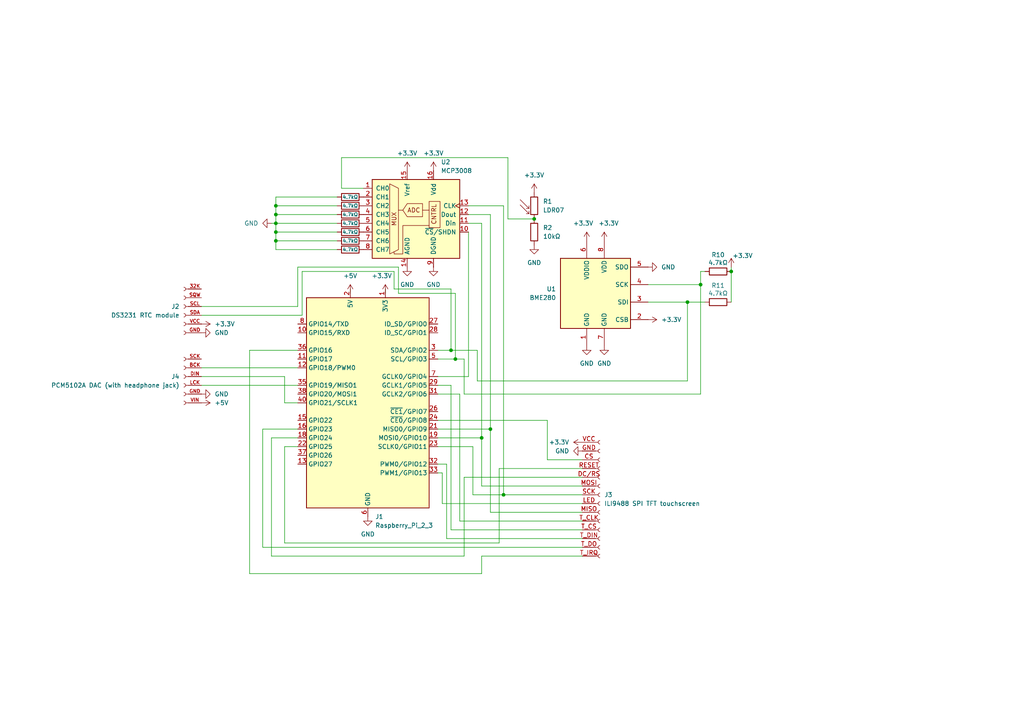
<source format=kicad_sch>
(kicad_sch (version 20250114) (generator "eeschema") (generator_version "9.0")
  (paper "A4")
  (lib_symbols
    (symbol "Analog_ADC:MCP3008" (pin_names (offset 1.016))
      (property "Reference" "U" (at -5.08 13.335 0))
      (property "Value" "MCP3008" (at -5.08 11.43 0))
      (symbol "MCP3008_0_0"
        (text "MUX" (at -6.35 -1.27 900) (effects (font (size 1.27 1.27))))
        (text "ADC" (at -0.635 1.27 0) (effects (font (size 1.27 1.27))))
        (text "CNTRL" (at 5.969 -2.921 900) (effects (font (size 1.27 1.27)) (justify left bottom)))
      )
      (symbol "MCP3008_0_1"
        (polyline (pts (xy -7.62 8.89) (xy -7.62 -11.43) (xy -5.08 -10.16) (xy -5.08 7.62) (xy -7.62 8.89)))
        (polyline (pts (xy -3.81 1.27) (xy -5.08 1.27)))
        (polyline (pts (xy 1.905 3.175) (xy 1.905 -0.635) (xy -2.54 -0.635) (xy -3.81 1.27) (xy -2.54 3.175) (xy 1.905 3.175)))
        (polyline (pts (xy 1.905 1.27) (xy 3.81 1.27)))
        (polyline (pts (xy 3.81 -3.175) (xy -3.81 -3.175) (xy -3.81 -11.43) (xy -6.35 -11.43) (xy -6.35 -10.795)))
        (rectangle (start 3.81 -3.81) (end 6.985 3.81))
        (rectangle (start 12.7 -12.7) (end -12.7 10.16) (stroke (width 0.254)) (fill (type background)))
      )
      (symbol "MCP3008_1_1"
        (pin input line (at -15.24 7.62 0) (length 2.54) (name "CH0") (number "1"))
        (pin input line (at -15.24 5.08 0) (length 2.54) (name "CH1") (number "2"))
        (pin input line (at -15.24 2.54 0) (length 2.54) (name "CH2") (number "3"))
        (pin input line (at -15.24 0 0) (length 2.54) (name "CH3") (number "4"))
        (pin input line (at -15.24 -2.54 0) (length 2.54) (name "CH4") (number "5"))
        (pin input line (at -15.24 -5.08 0) (length 2.54) (name "CH5") (number "6"))
        (pin input line (at -15.24 -7.62 0) (length 2.54) (name "CH6") (number "7"))
        (pin input line (at -15.24 -10.16 0) (length 2.54) (name "CH7") (number "8"))
        (pin power_in line (at -2.54 12.7 270) (length 2.54) (name "Vref") (number "15"))
        (pin power_in line (at -2.54 -15.24 90) (length 2.54) (name "AGND") (number "14"))
        (pin power_in line (at 5.08 12.7 270) (length 2.54) (name "Vdd") (number "16"))
        (pin power_in line (at 5.08 -15.24 90) (length 2.54) (name "DGND") (number "9"))
        (pin input clock (at 15.24 2.54 180) (length 2.54) (name "CLK") (number "13"))
        (pin output line (at 15.24 0 180) (length 2.54) (name "Dout") (number "12"))
        (pin input line (at 15.24 -2.54 180) (length 2.54) (name "Din") (number "11"))
        (pin input line (at 15.24 -5.08 180) (length 2.54) (name "~{CS}/SHDN") (number "10"))
      )
    )
    (symbol "Conn_01x06_Socket_1" (pin_names (offset 1.016) (hide yes))
      (property "Reference" "J4" (at 1.27 0.0001 0))
      (property "Value" "Conn_01x06_Socket" (at 1.27 -2.5399 0))
      (symbol "Conn_01x06_Socket_1_1_1"
        (polyline (pts (xy -1.27 5.08) (xy -0.508 5.08)) (stroke (width 0.1524)))
        (polyline (pts (xy -1.27 2.54) (xy -0.508 2.54)) (stroke (width 0.1524)))
        (polyline (pts (xy -1.27 0) (xy -0.508 0)) (stroke (width 0.1524)))
        (polyline (pts (xy -1.27 -2.54) (xy -0.508 -2.54)) (stroke (width 0.1524)))
        (polyline (pts (xy -1.27 -5.08) (xy -0.508 -5.08)) (stroke (width 0.1524)))
        (polyline (pts (xy -1.27 -7.62) (xy -0.508 -7.62)) (stroke (width 0.1524)))
        (arc (start 0 4.572) (mid -0.5058 5.08) (end 0 5.588) (stroke (width 0.1524)))
        (arc (start 0 2.032) (mid -0.5058 2.54) (end 0 3.048) (stroke (width 0.1524)))
        (arc (start 0 -0.508) (mid -0.5058 0) (end 0 0.508) (stroke (width 0.1524)))
        (arc (start 0 -3.048) (mid -0.5058 -2.54) (end 0 -2.032) (stroke (width 0.1524)))
        (arc (start 0 -5.588) (mid -0.5058 -5.08) (end 0 -4.572) (stroke (width 0.1524)))
        (arc (start 0 -8.128) (mid -0.5058 -7.62) (end 0 -7.112) (stroke (width 0.1524)))
        (pin passive line (at -5.08 5.08 0) (length 3.81) (name "Pin_1") (number "SCK"))
        (pin passive line (at -5.08 2.54 0) (length 3.81) (name "Pin_2") (number "BCK"))
        (pin passive line (at -5.08 0 0) (length 3.81) (name "Pin_3") (number "DIN"))
        (pin passive line (at -5.08 -2.54 0) (length 3.81) (name "Pin_4") (number "LCK"))
        (pin passive line (at -5.08 -5.08 0) (length 3.81) (name "Pin_5") (number "GND"))
        (pin passive line (at -5.08 -7.62 0) (length 3.81) (name "Pin_6") (number "VIN"))
      )
    )
    (symbol "Connector:Conn_01x06_Socket" (pin_names (offset 1.016) (hide yes))
      (property "Reference" "J2" (at 1.27 0.0001 0))
      (property "Value" "DS3231 RTC module" (at 1.27 -2.5399 0))
      (symbol "Conn_01x06_Socket_1_1"
        (polyline (pts (xy -1.27 5.08) (xy -0.508 5.08)) (stroke (width 0.1524)))
        (polyline (pts (xy -1.27 2.54) (xy -0.508 2.54)) (stroke (width 0.1524)))
        (polyline (pts (xy -1.27 0) (xy -0.508 0)) (stroke (width 0.1524)))
        (polyline (pts (xy -1.27 -2.54) (xy -0.508 -2.54)) (stroke (width 0.1524)))
        (polyline (pts (xy -1.27 -5.08) (xy -0.508 -5.08)) (stroke (width 0.1524)))
        (polyline (pts (xy -1.27 -7.62) (xy -0.508 -7.62)) (stroke (width 0.1524)))
        (arc (start 0 4.572) (mid -0.5058 5.08) (end 0 5.588) (stroke (width 0.1524)))
        (arc (start 0 2.032) (mid -0.5058 2.54) (end 0 3.048) (stroke (width 0.1524)))
        (arc (start 0 -0.508) (mid -0.5058 0) (end 0 0.508) (stroke (width 0.1524)))
        (arc (start 0 -3.048) (mid -0.5058 -2.54) (end 0 -2.032) (stroke (width 0.1524)))
        (arc (start 0 -5.588) (mid -0.5058 -5.08) (end 0 -4.572) (stroke (width 0.1524)))
        (arc (start 0 -8.128) (mid -0.5058 -7.62) (end 0 -7.112) (stroke (width 0.1524)))
        (pin passive line (at -5.08 5.08 0) (length 3.81) (name "Pin_1") (number "32K"))
        (pin passive line (at -5.08 2.54 0) (length 3.81) (name "Pin_2") (number "SQW"))
        (pin passive line (at -5.08 0 0) (length 3.81) (name "Pin_3") (number "SCL"))
        (pin passive line (at -5.08 -2.54 0) (length 3.81) (name "Pin_4") (number "SDA"))
        (pin passive line (at -5.08 -5.08 0) (length 3.81) (name "Pin_5") (number "VCC"))
        (pin passive line (at -5.08 -7.62 0) (length 3.81) (name "Pin_6") (number "GND"))
      )
    )
    (symbol "Connector:Conn_01x14_Socket" (pin_names (offset 1.016) (hide yes))
      (property "Reference" "J3" (at 1.27 0.0001 0))
      (property "Value" "Conn_01x14_Socket" (at 1.27 -2.5399 0))
      (symbol "Conn_01x14_Socket_1_0"
        (pin passive line (at -5.08 15.24 0) (length 3.81) (name "VCC") (number "VCC"))
      )
      (symbol "Conn_01x14_Socket_1_1"
        (polyline (pts (xy -1.27 15.24) (xy -0.508 15.24)) (stroke (width 0.1524)))
        (polyline (pts (xy -1.27 12.7) (xy -0.508 12.7)) (stroke (width 0.1524)))
        (polyline (pts (xy -1.27 10.16) (xy -0.508 10.16)) (stroke (width 0.1524)))
        (polyline (pts (xy -1.27 7.62) (xy -0.508 7.62)) (stroke (width 0.1524)))
        (polyline (pts (xy -1.27 5.08) (xy -0.508 5.08)) (stroke (width 0.1524)))
        (polyline (pts (xy -1.27 2.54) (xy -0.508 2.54)) (stroke (width 0.1524)))
        (polyline (pts (xy -1.27 0) (xy -0.508 0)) (stroke (width 0.1524)))
        (polyline (pts (xy -1.27 -2.54) (xy -0.508 -2.54)) (stroke (width 0.1524)))
        (polyline (pts (xy -1.27 -5.08) (xy -0.508 -5.08)) (stroke (width 0.1524)))
        (polyline (pts (xy -1.27 -7.62) (xy -0.508 -7.62)) (stroke (width 0.1524)))
        (polyline (pts (xy -1.27 -10.16) (xy -0.508 -10.16)) (stroke (width 0.1524)))
        (polyline (pts (xy -1.27 -12.7) (xy -0.508 -12.7)) (stroke (width 0.1524)))
        (polyline (pts (xy -1.27 -15.24) (xy -0.508 -15.24)) (stroke (width 0.1524)))
        (polyline (pts (xy -1.27 -17.78) (xy -0.508 -17.78)) (stroke (width 0.1524)))
        (arc (start 0 14.732) (mid -0.5058 15.24) (end 0 15.748) (stroke (width 0.1524)))
        (arc (start 0 12.192) (mid -0.5058 12.7) (end 0 13.208) (stroke (width 0.1524)))
        (arc (start 0 9.652) (mid -0.5058 10.16) (end 0 10.668) (stroke (width 0.1524)))
        (arc (start 0 7.112) (mid -0.5058 7.62) (end 0 8.128) (stroke (width 0.1524)))
        (arc (start 0 4.572) (mid -0.5058 5.08) (end 0 5.588) (stroke (width 0.1524)))
        (arc (start 0 2.032) (mid -0.5058 2.54) (end 0 3.048) (stroke (width 0.1524)))
        (arc (start 0 -0.508) (mid -0.5058 0) (end 0 0.508) (stroke (width 0.1524)))
        (arc (start 0 -3.048) (mid -0.5058 -2.54) (end 0 -2.032) (stroke (width 0.1524)))
        (arc (start 0 -5.588) (mid -0.5058 -5.08) (end 0 -4.572) (stroke (width 0.1524)))
        (arc (start 0 -8.128) (mid -0.5058 -7.62) (end 0 -7.112) (stroke (width 0.1524)))
        (arc (start 0 -10.668) (mid -0.5058 -10.16) (end 0 -9.652) (stroke (width 0.1524)))
        (arc (start 0 -13.208) (mid -0.5058 -12.7) (end 0 -12.192) (stroke (width 0.1524)))
        (arc (start 0 -15.748) (mid -0.5058 -15.24) (end 0 -14.732) (stroke (width 0.1524)))
        (arc (start 0 -18.288) (mid -0.5058 -17.78) (end 0 -17.272) (stroke (width 0.1524)))
        (pin passive line (at -5.08 12.7 0) (length 3.81) (name "GND") (number "GND"))
        (pin passive line (at -5.08 10.16 0) (length 3.81) (name "CS") (number "CS"))
        (pin passive line (at -5.08 7.62 0) (length 3.81) (name "RESET") (number "RESET"))
        (pin passive line (at -5.08 5.08 0) (length 3.81) (name "DC/RS") (number "DC/RS"))
        (pin passive line (at -5.08 2.54 0) (length 3.81) (name "MOSI") (number "MOSI"))
        (pin passive line (at -5.08 0 0) (length 3.81) (name "SCK") (number "SCK"))
        (pin passive line (at -5.08 -2.54 0) (length 3.81) (name "LED") (number "LED"))
        (pin passive line (at -5.08 -5.08 0) (length 3.81) (name "MISO") (number "MISO"))
        (pin passive line (at -5.08 -7.62 0) (length 3.81) (name "T_CLK") (number "T_CLK"))
        (pin passive line (at -5.08 -10.16 0) (length 3.81) (name "T_CS") (number "T_CS"))
        (pin passive line (at -5.08 -12.7 0) (length 3.81) (name "T_DIN") (number "T_DIN"))
        (pin passive line (at -5.08 -15.24 0) (length 3.81) (name "T_DO") (number "T_DO"))
        (pin passive line (at -5.08 -17.78 0) (length 3.81) (name "T_IRQ") (number "T_IRQ"))
      )
    )
    (symbol "Connector:Raspberry_Pi_2_3"
      (property "Reference" "J" (at -17.78 31.75 0))
      (property "Value" "Raspberry_Pi_2_3" (at 10.16 -31.75 0))
      (symbol "Raspberry_Pi_2_3_0_1"
        (rectangle (start -17.78 30.48) (end 17.78 -30.48) (stroke (width 0.254)) (fill (type background)))
      )
      (symbol "Raspberry_Pi_2_3_1_1"
        (pin bidirectional line (at -20.32 22.86 0) (length 2.54) (name "GPIO14/TXD") (number "8"))
        (pin bidirectional line (at -20.32 20.32 0) (length 2.54) (name "GPIO15/RXD") (number "10"))
        (pin bidirectional line (at -20.32 15.24 0) (length 2.54) (name "GPIO16") (number "36"))
        (pin bidirectional line (at -20.32 12.7 0) (length 2.54) (name "GPIO17") (number "11"))
        (pin bidirectional line (at -20.32 10.16 0) (length 2.54) (name "GPIO18/PWM0") (number "12"))
        (pin bidirectional line (at -20.32 5.08 0) (length 2.54) (name "GPIO19/MISO1") (number "35"))
        (pin bidirectional line (at -20.32 2.54 0) (length 2.54) (name "GPIO20/MOSI1") (number "38"))
        (pin bidirectional line (at -20.32 0 0) (length 2.54) (name "GPIO21/SCLK1") (number "40"))
        (pin bidirectional line (at -20.32 -5.08 0) (length 2.54) (name "GPIO22") (number "15"))
        (pin bidirectional line (at -20.32 -7.62 0) (length 2.54) (name "GPIO23") (number "16"))
        (pin bidirectional line (at -20.32 -10.16 0) (length 2.54) (name "GPIO24") (number "18"))
        (pin bidirectional line (at -20.32 -12.7 0) (length 2.54) (name "GPIO25") (number "22"))
        (pin bidirectional line (at -20.32 -15.24 0) (length 2.54) (name "GPIO26") (number "37"))
        (pin bidirectional line (at -20.32 -17.78 0) (length 2.54) (name "GPIO27") (number "13"))
        (pin power_in line (at -5.08 33.02 270) (length 2.54) (name "5V") (number "2"))
        (pin passive line (at -5.08 33.02 270) (length 2.54) (hide yes) (name "5V") (number "4"))
        (pin passive line (at 0 -33.02 90) (length 2.54) (hide yes) (name "GND") (number "14"))
        (pin passive line (at 0 -33.02 90) (length 2.54) (hide yes) (name "GND") (number "20"))
        (pin passive line (at 0 -33.02 90) (length 2.54) (hide yes) (name "GND") (number "25"))
        (pin passive line (at 0 -33.02 90) (length 2.54) (hide yes) (name "GND") (number "30"))
        (pin passive line (at 0 -33.02 90) (length 2.54) (hide yes) (name "GND") (number "34"))
        (pin passive line (at 0 -33.02 90) (length 2.54) (hide yes) (name "GND") (number "39"))
        (pin power_in line (at 0 -33.02 90) (length 2.54) (name "GND") (number "6"))
        (pin passive line (at 0 -33.02 90) (length 2.54) (hide yes) (name "GND") (number "9"))
        (pin power_in line (at 5.08 33.02 270) (length 2.54) (name "3V3") (number "1"))
        (pin passive line (at 5.08 33.02 270) (length 2.54) (hide yes) (name "3V3") (number "17"))
        (pin bidirectional line (at 20.32 22.86 180) (length 2.54) (name "ID_SD/GPIO0") (number "27"))
        (pin bidirectional line (at 20.32 20.32 180) (length 2.54) (name "ID_SC/GPIO1") (number "28"))
        (pin bidirectional line (at 20.32 15.24 180) (length 2.54) (name "SDA/GPIO2") (number "3"))
        (pin bidirectional line (at 20.32 12.7 180) (length 2.54) (name "SCL/GPIO3") (number "5"))
        (pin bidirectional line (at 20.32 7.62 180) (length 2.54) (name "GCLK0/GPIO4") (number "7"))
        (pin bidirectional line (at 20.32 5.08 180) (length 2.54) (name "GCLK1/GPIO5") (number "29"))
        (pin bidirectional line (at 20.32 2.54 180) (length 2.54) (name "GCLK2/GPIO6") (number "31"))
        (pin bidirectional line (at 20.32 -2.54 180) (length 2.54) (name "~{CE1}/GPIO7") (number "26"))
        (pin bidirectional line (at 20.32 -5.08 180) (length 2.54) (name "~{CE0}/GPIO8") (number "24"))
        (pin bidirectional line (at 20.32 -7.62 180) (length 2.54) (name "MISO0/GPIO9") (number "21"))
        (pin bidirectional line (at 20.32 -10.16 180) (length 2.54) (name "MOSI0/GPIO10") (number "19"))
        (pin bidirectional line (at 20.32 -12.7 180) (length 2.54) (name "SCLK0/GPIO11") (number "23"))
        (pin bidirectional line (at 20.32 -17.78 180) (length 2.54) (name "PWM0/GPIO12") (number "32"))
        (pin bidirectional line (at 20.32 -20.32 180) (length 2.54) (name "PWM1/GPIO13") (number "33"))
      )
    )
    (symbol "Device:R" (pin_numbers (hide yes)) (pin_names (offset 0))
      (property "Reference" "R" (at 2.032 0 90))
      (property "Value" "R" (at 0 0 90))
      (symbol "R_0_1"
        (rectangle (start -1.016 -2.54) (end 1.016 2.54) (stroke (width 0.254)))
      )
      (symbol "R_1_1"
        (pin passive line (at 0 3.81 270) (length 1.27) (name "~") (number "1"))
        (pin passive line (at 0 -3.81 90) (length 1.27) (name "~") (number "2"))
      )
    )
    (symbol "Sensor:BME280"
      (property "Reference" "U" (at -8.89 11.43 0))
      (property "Value" "BME280" (at 7.62 11.43 0))
      (symbol "BME280_0_1"
        (rectangle (start -10.16 10.16) (end 10.16 -10.16) (stroke (width 0.254)) (fill (type background)))
      )
      (symbol "BME280_1_1"
        (pin power_in line (at -2.54 15.24 270) (length 5.08) (name "VDDIO") (number "6"))
        (pin power_in line (at -2.54 -15.24 90) (length 5.08) (name "GND") (number "1"))
        (pin power_in line (at 2.54 15.24 270) (length 5.08) (name "VDD") (number "8"))
        (pin power_in line (at 2.54 -15.24 90) (length 5.08) (name "GND") (number "7"))
        (pin bidirectional line (at 15.24 7.62 180) (length 5.08) (name "SDO") (number "5"))
        (pin input line (at 15.24 2.54 180) (length 5.08) (name "SCK") (number "4"))
        (pin bidirectional line (at 15.24 -2.54 180) (length 5.08) (name "SDI") (number "3"))
        (pin input line (at 15.24 -7.62 180) (length 5.08) (name "CSB") (number "2"))
      )
    )
    (symbol "Sensor_Optical:LDR07" (pin_numbers (hide yes)) (pin_names (offset 0))
      (property "Reference" "R" (at -5.08 0 90))
      (property "Value" "LDR07" (at 1.905 0 90))
      (symbol "LDR07_0_1"
        (polyline (pts (xy -1.524 -0.762) (xy -4.064 1.778)))
        (polyline (pts (xy -1.524 -0.762) (xy -2.286 -0.762)))
        (polyline (pts (xy -1.524 -0.762) (xy -1.524 0)))
        (polyline (pts (xy -1.524 -2.286) (xy -4.064 0.254)))
        (polyline (pts (xy -1.524 -2.286) (xy -2.286 -2.286)))
        (polyline (pts (xy -1.524 -2.286) (xy -1.524 -1.524)))
        (rectangle (start -1.016 2.54) (end 1.016 -2.54) (stroke (width 0.254)))
      )
      (symbol "LDR07_1_1"
        (pin passive line (at 0 3.81 270) (length 1.27) (name "~") (number "1"))
        (pin passive line (at 0 -3.81 90) (length 1.27) (name "~") (number "2"))
      )
    )
    (symbol "power:+3.3V" (power) (pin_numbers (hide yes)) (pin_names (offset 0) (hide yes))
      (property "Value" "+3.3V" (at 0 3.556 0))
      (symbol "+3.3V_0_1"
        (polyline (pts (xy -0.762 1.27) (xy 0 2.54)))
        (polyline (pts (xy 0 2.54) (xy 0.762 1.27)))
        (polyline (pts (xy 0 0) (xy 0 2.54)))
      )
      (symbol "+3.3V_1_1"
        (pin power_in line (at 0 0 90) (length 0) (name "~") (number "1"))
      )
    )
    (symbol "power:+5V" (power) (pin_numbers (hide yes)) (pin_names (offset 0) (hide yes))
      (property "Value" "+5V" (at 0 3.556 0))
      (symbol "+5V_0_1"
        (polyline (pts (xy -0.762 1.27) (xy 0 2.54)))
        (polyline (pts (xy 0 2.54) (xy 0.762 1.27)))
        (polyline (pts (xy 0 0) (xy 0 2.54)))
      )
      (symbol "+5V_1_1"
        (pin power_in line (at 0 0 90) (length 0) (name "~") (number "1"))
      )
    )
    (symbol "power:GND" (power) (pin_numbers (hide yes)) (pin_names (offset 0) (hide yes))
      (property "Value" "GND" (at 0 -3.81 0))
      (symbol "GND_0_1"
        (polyline (pts (xy 0 0) (xy 0 -1.27) (xy 1.27 -1.27) (xy 0 -2.54) (xy -1.27 -1.27) (xy 0 -1.27)))
      )
      (symbol "GND_1_1"
        (pin power_in line (at 0 0 270) (length 0) (name "~") (number "1"))
      )
    )
  )
  (junction (at 130.81 101.6))
  (junction (at 80.01 69.85))
  (junction (at 203.2 82.55))
  (junction (at 80.01 67.31))
  (junction (at 80.01 59.69))
  (junction (at 199.39 87.63))
  (junction (at 212.09 78.74))
  (junction (at 80.01 64.77))
  (junction (at 132.08 104.14))
  (junction (at 154.94 63.5))
  (junction (at 142.24 124.46))
  (junction (at 80.01 62.23))
  (junction (at 139.7 127))
  (junction (at 146.05 143.51))
  (wire (pts (xy 99.06 45.72) (xy 147.32 45.72)))
  (wire (pts (xy 199.39 110.49) (xy 138.43 110.49)))
  (wire (pts (xy 82.55 157.48) (xy 82.55 129.54)))
  (wire (pts (xy 147.32 63.5) (xy 154.94 63.5)))
  (wire (pts (xy 130.81 101.6) (xy 138.43 101.6)))
  (wire (pts (xy 114.3 78.74) (xy 114.3 83.82)))
  (wire (pts (xy 76.2 158.75) (xy 76.2 124.46)))
  (wire (pts (xy 80.01 57.15) (xy 80.01 59.69)))
  (wire (pts (xy 127 129.54) (xy 137.16 129.54)))
  (wire (pts (xy 168.91 143.51) (xy 146.05 143.51)))
  (wire (pts (xy 76.2 124.46) (xy 86.36 124.46)))
  (wire (pts (xy 142.24 148.59) (xy 142.24 124.46)))
  (wire (pts (xy 135.89 59.69) (xy 146.05 59.69)))
  (wire (pts (xy 105.41 54.61) (xy 99.06 54.61)))
  (wire (pts (xy 139.7 140.97) (xy 139.7 127)))
  (wire (pts (xy 82.55 129.54) (xy 86.36 129.54)))
  (wire (pts (xy 142.24 62.23) (xy 142.24 124.46)))
  (wire (pts (xy 82.55 116.84) (xy 86.36 116.84)))
  (wire (pts (xy 80.01 69.85) (xy 97.79 69.85)))
  (wire (pts (xy 87.63 91.44) (xy 87.63 78.74)))
  (wire (pts (xy 78.74 64.77) (xy 80.01 64.77)))
  (wire (pts (xy 168.91 133.35) (xy 158.75 133.35)))
  (wire (pts (xy 129.54 156.21) (xy 129.54 134.62)))
  (wire (pts (xy 127 101.6) (xy 130.81 101.6)))
  (wire (pts (xy 133.35 114.3) (xy 127 114.3)))
  (wire (pts (xy 115.57 77.47) (xy 115.57 85.09)))
  (wire (pts (xy 87.63 78.74) (xy 114.3 78.74)))
  (wire (pts (xy 130.81 111.76) (xy 127 111.76)))
  (wire (pts (xy 97.79 72.39) (xy 80.01 72.39)))
  (wire (pts (xy 199.39 87.63) (xy 199.39 110.49)))
  (wire (pts (xy 80.01 62.23) (xy 97.79 62.23)))
  (wire (pts (xy 132.08 104.14) (xy 134.62 104.14)))
  (wire (pts (xy 144.78 135.89) (xy 144.78 157.48)))
  (wire (pts (xy 80.01 69.85) (xy 80.01 67.31)))
  (wire (pts (xy 129.54 134.62) (xy 127 134.62)))
  (wire (pts (xy 212.09 78.74) (xy 212.09 87.63)))
  (wire (pts (xy 86.36 88.9) (xy 86.36 77.47)))
  (wire (pts (xy 97.79 67.31) (xy 80.01 67.31)))
  (wire (pts (xy 135.89 67.31) (xy 135.89 109.22)))
  (wire (pts (xy 80.01 72.39) (xy 80.01 69.85)))
  (wire (pts (xy 158.75 133.35) (xy 158.75 121.92)))
  (wire (pts (xy 168.91 135.89) (xy 144.78 135.89)))
  (wire (pts (xy 78.74 127) (xy 86.36 127)))
  (wire (pts (xy 168.91 138.43) (xy 134.62 138.43)))
  (wire (pts (xy 58.42 109.22) (xy 82.55 109.22)))
  (wire (pts (xy 212.09 77.47) (xy 212.09 78.74)))
  (wire (pts (xy 58.42 88.9) (xy 86.36 88.9)))
  (wire (pts (xy 142.24 124.46) (xy 127 124.46)))
  (wire (pts (xy 168.91 140.97) (xy 139.7 140.97)))
  (wire (pts (xy 115.57 85.09) (xy 132.08 85.09)))
  (wire (pts (xy 139.7 127) (xy 127 127)))
  (wire (pts (xy 114.3 83.82) (xy 130.81 83.82)))
  (wire (pts (xy 146.05 143.51) (xy 137.16 143.51)))
  (wire (pts (xy 168.91 153.67) (xy 130.81 153.67)))
  (wire (pts (xy 144.78 157.48) (xy 82.55 157.48)))
  (wire (pts (xy 139.7 64.77) (xy 139.7 127)))
  (wire (pts (xy 80.01 59.69) (xy 80.01 62.23)))
  (wire (pts (xy 203.2 82.55) (xy 203.2 114.3)))
  (wire (pts (xy 203.2 78.74) (xy 203.2 82.55)))
  (wire (pts (xy 139.7 166.37) (xy 72.39 166.37)))
  (wire (pts (xy 132.08 85.09) (xy 132.08 104.14)))
  (wire (pts (xy 187.96 82.55) (xy 203.2 82.55)))
  (wire (pts (xy 135.89 64.77) (xy 139.7 64.77)))
  (wire (pts (xy 147.32 45.72) (xy 147.32 63.5)))
  (wire (pts (xy 199.39 87.63) (xy 204.47 87.63)))
  (wire (pts (xy 130.81 153.67) (xy 130.81 111.76)))
  (wire (pts (xy 72.39 166.37) (xy 72.39 101.6)))
  (wire (pts (xy 168.91 151.13) (xy 133.35 151.13)))
  (wire (pts (xy 86.36 77.47) (xy 115.57 77.47)))
  (wire (pts (xy 168.91 156.21) (xy 129.54 156.21)))
  (wire (pts (xy 99.06 54.61) (xy 99.06 45.72)))
  (wire (pts (xy 168.91 161.29) (xy 139.7 161.29)))
  (wire (pts (xy 137.16 143.51) (xy 137.16 129.54)))
  (wire (pts (xy 80.01 62.23) (xy 80.01 64.77)))
  (wire (pts (xy 168.91 146.05) (xy 128.27 146.05)))
  (wire (pts (xy 138.43 101.6) (xy 138.43 110.49)))
  (wire (pts (xy 187.96 87.63) (xy 199.39 87.63)))
  (wire (pts (xy 168.91 148.59) (xy 142.24 148.59)))
  (wire (pts (xy 127 109.22) (xy 135.89 109.22)))
  (wire (pts (xy 72.39 101.6) (xy 86.36 101.6)))
  (wire (pts (xy 204.47 78.74) (xy 203.2 78.74)))
  (wire (pts (xy 78.74 161.29) (xy 78.74 127)))
  (wire (pts (xy 139.7 161.29) (xy 139.7 166.37)))
  (wire (pts (xy 133.35 151.13) (xy 133.35 114.3)))
  (wire (pts (xy 135.89 62.23) (xy 142.24 62.23)))
  (wire (pts (xy 111.76 83.82) (xy 111.76 85.09)))
  (wire (pts (xy 58.42 91.44) (xy 87.63 91.44)))
  (wire (pts (xy 58.42 111.76) (xy 86.36 111.76)))
  (wire (pts (xy 58.42 106.68) (xy 86.36 106.68)))
  (wire (pts (xy 80.01 64.77) (xy 97.79 64.77)))
  (wire (pts (xy 101.6 83.82) (xy 101.6 85.09)))
  (wire (pts (xy 203.2 114.3) (xy 134.62 114.3)))
  (wire (pts (xy 158.75 121.92) (xy 127 121.92)))
  (wire (pts (xy 97.79 57.15) (xy 80.01 57.15)))
  (wire (pts (xy 168.91 158.75) (xy 76.2 158.75)))
  (wire (pts (xy 128.27 137.16) (xy 127 137.16)))
  (wire (pts (xy 134.62 114.3) (xy 134.62 104.14)))
  (wire (pts (xy 127 104.14) (xy 132.08 104.14)))
  (wire (pts (xy 82.55 109.22) (xy 82.55 116.84)))
  (wire (pts (xy 128.27 146.05) (xy 128.27 137.16)))
  (wire (pts (xy 80.01 59.69) (xy 97.79 59.69)))
  (wire (pts (xy 80.01 64.77) (xy 80.01 67.31)))
  (wire (pts (xy 134.62 138.43) (xy 134.62 161.29)))
  (wire (pts (xy 130.81 83.82) (xy 130.81 101.6)))
  (wire (pts (xy 146.05 59.69) (xy 146.05 143.51)))
  (wire (pts (xy 134.62 161.29) (xy 78.74 161.29)))
  (symbol (lib_id "power:+3.3V") (at 187.96 92.71 270) (unit 1)
    (property "Reference" "#PWR07" (effects (hide yes)))
    (property "Value" "+3.3V" (at 191.77 92.7099 90) (effects (justify left)))
    (property "Description" "Power symbol creates a global label with name \"+3.3V\"" (effects (hide yes)))
  )
  (symbol (lib_id "power:GND") (at 187.96 77.47 90) (unit 1)
    (property "Reference" "#PWR09" (effects (hide yes)))
    (property "Value" "GND" (at 191.77 77.4699 90) (effects (justify right)))
    (property "Description" "Power symbol creates a global label with name \"GND\" , ground" (effects (hide yes)))
  )
  (symbol (lib_name "Conn_01x06_Socket_1") (lib_id "Connector:Conn_01x06_Socket") (at 53.34 109.22 0) (mirror y) (unit 1)
    (property "Reference" "J4" (at 52.07 109.2199 0) (effects (justify left)))
    (property "Value" "PCM5102A DAC (with headphone jack)" (at 52.07 111.7599 0) (effects (justify left)))
    (property "Footprint" "Connector_PinSocket_2.54mm:PinSocket_1x06_P2.54mm_Vertical" (effects (hide yes)))
    (property "Description" "Generic connector, single row, 01x06, script generated" (effects (hide yes)))
  )
  (symbol (lib_id "power:+3.3V") (at 175.26 69.85 0) (unit 1)
    (property "Reference" "#PWR06" (effects (hide yes)))
    (property "Value" "+3.3V" (at 176.53 64.77 0))
    (property "Description" "Power symbol creates a global label with name \"+3.3V\"" (effects (hide yes)))
  )
  (symbol (lib_id "power:GND") (at 170.18 100.33 0) (unit 1)
    (property "Reference" "#PWR04" (effects (hide yes)))
    (property "Value" "GND" (at 170.18 105.41 0))
    (property "Description" "Power symbol creates a global label with name \"GND\" , ground" (effects (hide yes)))
  )
  (symbol (lib_id "Connector:Conn_01x14_Socket") (at 173.99 143.51 0) (unit 1)
    (property "Reference" "J3" (at 175.26 143.5099 0) (effects (justify left)))
    (property "Value" "ILI9488 SPI TFT touchscreen" (at 175.26 146.0499 0) (effects (justify left)))
    (property "Footprint" "Connector_PinSocket_2.54mm:PinSocket_1x14_P2.54mm_Vertical" (effects (hide yes)))
    (property "Description" "Generic connector, single row, 01x14, script generated" (effects (hide yes)))
  )
  (symbol (lib_id "power:+3.3V") (at 154.94 55.88 0) (unit 1)
    (property "Reference" "#PWR012" (effects (hide yes)))
    (property "Value" "+3.3V" (at 154.94 50.8 0))
    (property "Description" "Power symbol creates a global label with name \"+3.3V\"" (effects (hide yes)))
  )
  (symbol (lib_id "Sensor:BME280") (at 172.72 85.09 0) (unit 1)
    (property "Reference" "U1" (at 161.29 83.8199 0) (effects (justify right)))
    (property "Value" "BME280" (at 161.29 86.3599 0) (effects (justify right)))
    (property "Footprint" "Connector_PinSocket_2.54mm:PinSocket_1x06_P2.54mm_Vertical" (effects (hide yes)))
    (property "Datasheet" "https://www.bosch-sensortec.com/media/boschsensortec/downloads/datasheets/bst-bme280-ds002.pdf" (effects (hide yes)))
    (property "Description" "3-in-1 sensor, humidity, pressure, temperature, I2C and SPI interface, 1.71-3.6V, LGA-8" (effects (hide yes)))
  )
  (symbol (lib_id "Connector:Raspberry_Pi_2_3") (at 106.68 116.84 0) (unit 1)
    (property "Reference" "J1" (at 108.8233 149.86 0) (effects (justify left)))
    (property "Value" "Raspberry_Pi_2_3" (at 108.8233 152.4 0) (effects (justify left)))
    (property "Footprint" "Connector_PinSocket_2.54mm:PinSocket_2x20_P2.54mm_Vertical" (effects (hide yes)))
    (property "Datasheet" "https://www.raspberrypi.org/documentation/hardware/raspberrypi/schematics/rpi_SCH_3bplus_1p0_reduced.pdf" (effects (hide yes)))
    (property "Description" "expansion header for Raspberry Pi 2 & 3" (effects (hide yes)))
  )
  (symbol (lib_id "Device:R") (at 101.6 72.39 90) (unit 1)
    (property "Reference" "R9" (effects (hide yes)))
    (property "Value" "4.7kΩ" (at 101.6 72.39 90) (effects (font (size 1.016 1.016))))
    (property "Footprint" "Resistor_THT:R_Axial_DIN0204_L3.6mm_D1.6mm_P5.08mm_Vertical" (effects (hide yes)))
    (property "Description" "Resistor" (effects (hide yes)))
  )
  (symbol (lib_id "power:+5V") (at 58.42 116.84 270) (unit 1)
    (property "Reference" "#PWR022" (effects (hide yes)))
    (property "Value" "+5V" (at 62.23 116.8399 90) (effects (justify left)))
    (property "Description" "Power symbol creates a global label with name \"+5V\"" (effects (hide yes)))
  )
  (symbol (lib_id "power:+3.3V") (at 58.42 93.98 270) (unit 1)
    (property "Reference" "#PWR020" (effects (hide yes)))
    (property "Value" "+3.3V" (at 62.23 93.9799 90) (effects (justify left)))
    (property "Description" "Power symbol creates a global label with name \"+3.3V\"" (effects (hide yes)))
  )
  (symbol (lib_id "power:GND") (at 106.68 149.86 0) (unit 1)
    (property "Reference" "#PWR02" (effects (hide yes)))
    (property "Value" "GND" (at 106.68 154.94 0))
    (property "Description" "Power symbol creates a global label with name \"GND\" , ground" (effects (hide yes)))
  )
  (symbol (lib_id "power:GND") (at 154.94 71.12 0) (unit 1)
    (property "Reference" "#PWR013" (effects (hide yes)))
    (property "Value" "GND" (at 154.94 76.2 0))
    (property "Description" "Power symbol creates a global label with name \"GND\" , ground" (effects (hide yes)))
  )
  (symbol (lib_id "power:+3.3V") (at 168.91 128.27 90) (unit 1)
    (property "Reference" "#PWR08" (effects (hide yes)))
    (property "Value" "+3.3V" (at 165.1 128.2699 90) (effects (justify left)))
    (property "Description" "Power symbol creates a global label with name \"+3.3V\"" (effects (hide yes)))
  )
  (symbol (lib_id "power:GND") (at 168.91 130.81 270) (unit 1)
    (property "Reference" "#PWR011" (effects (hide yes)))
    (property "Value" "GND" (at 165.1 130.8099 90) (effects (justify right)))
    (property "Description" "Power symbol creates a global label with name \"GND\" , ground" (effects (hide yes)))
  )
  (symbol (lib_id "power:+3.3V") (at 170.18 69.85 0) (unit 1)
    (property "Reference" "#PWR010" (effects (hide yes)))
    (property "Value" "+3.3V" (at 169.164 64.77 0))
    (property "Description" "Power symbol creates a global label with name \"+3.3V\"" (effects (hide yes)))
  )
  (symbol (lib_id "Device:R") (at 101.6 57.15 90) (unit 1)
    (property "Reference" "R3" (effects (hide yes)))
    (property "Value" "4.7kΩ" (at 101.6 57.15 90) (effects (font (size 1.016 1.016))))
    (property "Footprint" "Resistor_THT:R_Axial_DIN0204_L3.6mm_D1.6mm_P5.08mm_Horizontal" (effects (hide yes)))
    (property "Description" "Resistor" (effects (hide yes)))
  )
  (symbol (lib_id "Device:R") (at 101.6 64.77 90) (unit 1)
    (property "Reference" "R6" (effects (hide yes)))
    (property "Value" "4.7kΩ" (at 101.6 64.77 90) (effects (font (size 1.016 1.016))))
    (property "Footprint" "Resistor_THT:R_Axial_DIN0204_L3.6mm_D1.6mm_P5.08mm_Vertical" (effects (hide yes)))
    (property "Description" "Resistor" (effects (hide yes)))
  )
  (symbol (lib_id "power:GND") (at 58.42 114.3 90) (unit 1)
    (property "Reference" "#PWR023" (effects (hide yes)))
    (property "Value" "GND" (at 62.23 114.2999 90) (effects (justify right)))
    (property "Description" "Power symbol creates a global label with name \"GND\" , ground" (effects (hide yes)))
  )
  (symbol (lib_id "power:GND") (at 78.74 64.77 270) (unit 1)
    (property "Reference" "#PWR018" (effects (hide yes)))
    (property "Value" "GND" (at 74.93 64.7699 90) (effects (justify right)))
    (property "Description" "Power symbol creates a global label with name \"GND\" , ground" (effects (hide yes)))
  )
  (symbol (lib_id "Device:R") (at 154.94 67.31 0) (unit 1)
    (property "Reference" "R2" (at 157.48 66.0399 0) (effects (justify left)))
    (property "Value" "10kΩ" (at 157.48 68.5799 0) (effects (justify left)))
    (property "Footprint" "Resistor_THT:R_Axial_DIN0204_L3.6mm_D1.6mm_P5.08mm_Horizontal" (effects (hide yes)))
    (property "Description" "Resistor" (effects (hide yes)))
  )
  (symbol (lib_id "Device:R") (at 101.6 67.31 90) (unit 1)
    (property "Reference" "R7" (effects (hide yes)))
    (property "Value" "4.7kΩ" (at 101.6 67.31 90) (effects (font (size 1.016 1.016))))
    (property "Footprint" "Resistor_THT:R_Axial_DIN0204_L3.6mm_D1.6mm_P5.08mm_Vertical" (effects (hide yes)))
    (property "Description" "Resistor" (effects (hide yes)))
  )
  (symbol (lib_id "Device:R") (at 208.28 87.63 90) (unit 1)
    (property "Reference" "R11" (at 208.28 82.804 90))
    (property "Value" "4.7kΩ" (at 208.28 85.09 90))
    (property "Footprint" "Resistor_THT:R_Axial_DIN0204_L3.6mm_D1.6mm_P5.08mm_Vertical" (effects (hide yes)))
    (property "Description" "Resistor" (effects (hide yes)))
  )
  (symbol (lib_id "Connector:Conn_01x06_Socket") (at 53.34 88.9 0) (mirror y) (unit 1)
    (property "Reference" "J2" (at 52.07 88.8999 0) (effects (justify left)))
    (property "Value" "DS3231 RTC module" (at 52.07 91.4399 0) (effects (justify left)))
    (property "Footprint" "Connector_PinSocket_2.54mm:PinSocket_1x07_P2.54mm_Vertical" (effects (hide yes)))
    (property "Description" "Generic connector, single row, 01x06, script generated" (effects (hide yes)))
  )
  (symbol (lib_id "Sensor_Optical:LDR07") (at 154.94 59.69 0) (unit 1)
    (property "Reference" "R1" (at 157.48 58.4199 0) (effects (justify left)))
    (property "Value" "LDR07" (at 157.48 60.9599 0) (effects (justify left)))
    (property "Footprint" "OptoDevice:R_LDR_5.1x4.3mm_P3.4mm_Vertical" (effects (hide yes)))
    (property "Datasheet" "http://www.tme.eu/de/Document/f2e3ad76a925811312d226c31da4cd7e/LDR07.pdf" (effects (hide yes)))
    (property "Description" "light dependent resistor" (effects (hide yes)))
  )
  (symbol (lib_id "power:+3.3V") (at 125.73 49.53 0) (unit 1)
    (property "Reference" "#PWR014" (effects (hide yes)))
    (property "Value" "+3.3V" (at 125.73 44.45 0))
    (property "Description" "Power symbol creates a global label with name \"+3.3V\"" (effects (hide yes)))
  )
  (symbol (lib_id "power:+3.3V") (at 212.09 77.47 0) (unit 1)
    (property "Reference" "#PWR019" (effects (hide yes)))
    (property "Value" "+3.3V" (at 215.392 74.168 0))
    (property "Description" "Power symbol creates a global label with name \"+3.3V\"" (effects (hide yes)))
  )
  (symbol (lib_id "power:GND") (at 125.73 77.47 0) (unit 1)
    (property "Reference" "#PWR017" (effects (hide yes)))
    (property "Value" "GND" (at 125.73 82.55 0))
    (property "Description" "Power symbol creates a global label with name \"GND\" , ground" (effects (hide yes)))
  )
  (symbol (lib_id "power:+3.3V") (at 118.11 49.53 0) (unit 1)
    (property "Reference" "#PWR016" (effects (hide yes)))
    (property "Value" "+3.3V" (at 118.11 44.45 0))
    (property "Description" "Power symbol creates a global label with name \"+3.3V\"" (effects (hide yes)))
  )
  (symbol (lib_id "power:GND") (at 118.11 77.47 0) (unit 1)
    (property "Reference" "#PWR015" (effects (hide yes)))
    (property "Value" "GND" (at 118.11 82.55 0))
    (property "Description" "Power symbol creates a global label with name \"GND\" , ground" (effects (hide yes)))
  )
  (symbol (lib_id "Device:R") (at 208.28 78.74 90) (unit 1)
    (property "Reference" "R10" (at 208.28 73.914 90))
    (property "Value" "4.7kΩ" (at 208.28 76.2 90))
    (property "Footprint" "Resistor_THT:R_Axial_DIN0204_L3.6mm_D1.6mm_P5.08mm_Vertical" (effects (hide yes)))
    (property "Description" "Resistor" (effects (hide yes)))
  )
  (symbol (lib_id "power:+5V") (at 101.6 85.09 0) (unit 1)
    (property "Reference" "#PWR05" (effects (hide yes)))
    (property "Value" "+5V" (at 101.6 80.01 0))
    (property "Description" "Power symbol creates a global label with name \"+5V\"" (effects (hide yes)))
  )
  (symbol (lib_id "power:GND") (at 175.26 100.33 0) (unit 1)
    (property "Reference" "#PWR03" (effects (hide yes)))
    (property "Value" "GND" (at 175.26 105.41 0))
    (property "Description" "Power symbol creates a global label with name \"GND\" , ground" (effects (hide yes)))
  )
  (symbol (lib_id "Device:R") (at 101.6 62.23 90) (unit 1)
    (property "Reference" "R5" (effects (hide yes)))
    (property "Value" "4.7kΩ" (at 101.6 62.23 90) (effects (font (size 1.016 1.016))))
    (property "Footprint" "Resistor_THT:R_Axial_DIN0204_L3.6mm_D1.6mm_P5.08mm_Vertical" (effects (hide yes)))
    (property "Description" "Resistor" (effects (hide yes)))
  )
  (symbol (lib_id "Device:R") (at 101.6 69.85 90) (unit 1)
    (property "Reference" "R8" (effects (hide yes)))
    (property "Value" "4.7kΩ" (at 101.6 69.85 90) (effects (font (size 1.016 1.016))))
    (property "Footprint" "Resistor_THT:R_Axial_DIN0204_L3.6mm_D1.6mm_P5.08mm_Vertical" (effects (hide yes)))
    (property "Description" "Resistor" (effects (hide yes)))
  )
  (symbol (lib_id "Device:R") (at 101.6 59.69 90) (unit 1)
    (property "Reference" "R4" (effects (hide yes)))
    (property "Value" "4.7kΩ" (at 101.6 59.69 90) (effects (font (size 1.016 1.016))))
    (property "Footprint" "Resistor_THT:R_Axial_DIN0204_L3.6mm_D1.6mm_P5.08mm_Vertical" (effects (hide yes)))
    (property "Description" "Resistor" (effects (hide yes)))
  )
  (symbol (lib_id "Analog_ADC:MCP3008") (at 120.65 62.23 0) (unit 1)
    (property "Reference" "U2" (at 127.8733 46.99 0) (effects (justify left)))
    (property "Value" "MCP3008" (at 127.8733 49.53 0) (effects (justify left)))
    (property "Footprint" "Package_DIP:DIP-16_W7.62mm_Socket" (effects (hide yes)))
    (property "Datasheet" "http://ww1.microchip.com/downloads/en/DeviceDoc/21295d.pdf" (effects (hide yes)))
    (property "Description" "A/D Converter, 10-Bit, 8-Channel, SPI Interface , 2.7V-5.5V" (effects (hide yes)))
  )
  (symbol (lib_id "power:GND") (at 58.42 96.52 90) (unit 1)
    (property "Reference" "#PWR021" (effects (hide yes)))
    (property "Value" "GND" (at 62.23 96.5199 90) (effects (justify right)))
    (property "Description" "Power symbol creates a global label with name \"GND\" , ground" (effects (hide yes)))
  )
  (symbol (lib_id "power:+3.3V") (at 111.76 85.09 0) (unit 1)
    (property "Reference" "#PWR01" (effects (hide yes)))
    (property "Value" "+3.3V" (at 110.744 80.01 0))
    (property "Description" "Power symbol creates a global label with name \"+3.3V\"" (effects (hide yes)))
  )
)
</source>
